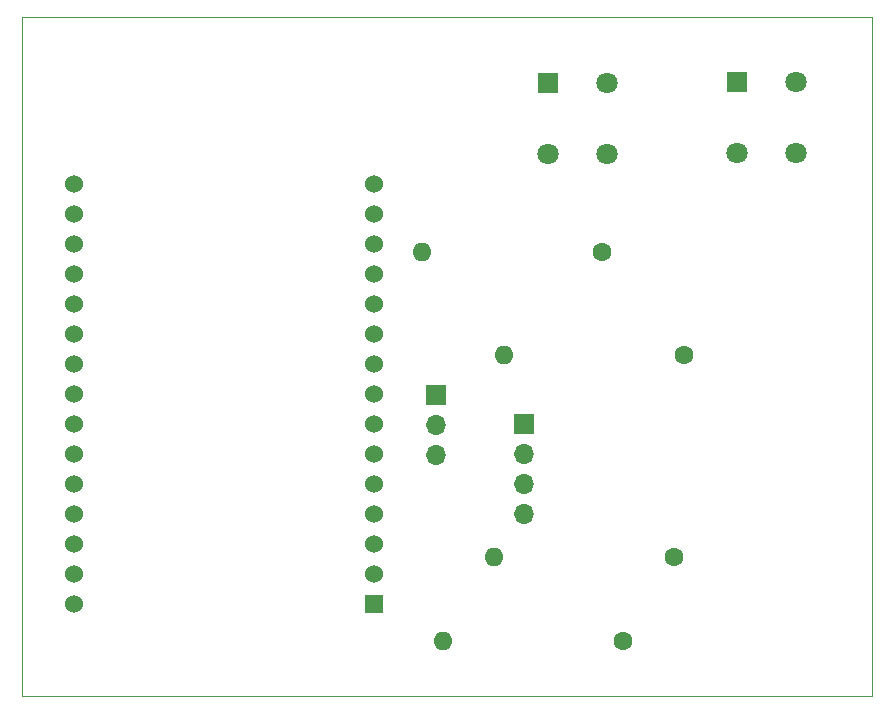
<source format=gbr>
%TF.GenerationSoftware,KiCad,Pcbnew,6.0.2+dfsg-1*%
%TF.CreationDate,2023-10-04T14:13:58+02:00*%
%TF.ProjectId,controller,636f6e74-726f-46c6-9c65-722e6b696361,rev?*%
%TF.SameCoordinates,Original*%
%TF.FileFunction,Copper,L1,Top*%
%TF.FilePolarity,Positive*%
%FSLAX46Y46*%
G04 Gerber Fmt 4.6, Leading zero omitted, Abs format (unit mm)*
G04 Created by KiCad (PCBNEW 6.0.2+dfsg-1) date 2023-10-04 14:13:58*
%MOMM*%
%LPD*%
G01*
G04 APERTURE LIST*
%TA.AperFunction,Profile*%
%ADD10C,0.100000*%
%TD*%
%TA.AperFunction,ComponentPad*%
%ADD11R,1.800000X1.800000*%
%TD*%
%TA.AperFunction,ComponentPad*%
%ADD12C,1.800000*%
%TD*%
%TA.AperFunction,ComponentPad*%
%ADD13C,1.600000*%
%TD*%
%TA.AperFunction,ComponentPad*%
%ADD14O,1.600000X1.600000*%
%TD*%
%TA.AperFunction,ComponentPad*%
%ADD15R,1.700000X1.700000*%
%TD*%
%TA.AperFunction,ComponentPad*%
%ADD16O,1.700000X1.700000*%
%TD*%
%TA.AperFunction,ComponentPad*%
%ADD17R,1.524000X1.524000*%
%TD*%
%TA.AperFunction,ComponentPad*%
%ADD18C,1.524000*%
%TD*%
G04 APERTURE END LIST*
D10*
X76840000Y-69740000D02*
X148800000Y-69740000D01*
X148800000Y-69740000D02*
X148800000Y-127230000D01*
X148800000Y-127230000D02*
X76840000Y-127230000D01*
X76840000Y-127230000D02*
X76840000Y-69740000D01*
D11*
%TO.P,Stop/start_robot1,1,1*%
%TO.N,Net-(ESPcontroller1-Pad15)*%
X137420000Y-75230000D03*
D12*
%TO.P,Stop/start_robot1,2,2*%
%TO.N,unconnected-(Stop/start_robot1-Pad2)*%
X142420000Y-75230000D03*
%TO.P,Stop/start_robot1,3,K*%
%TO.N,Net-(Resistor4-Pad1)*%
X137420000Y-81230000D03*
%TO.P,Stop/start_robot1,4,A*%
%TO.N,Net-(Resistor2-Pad1)*%
X142420000Y-81230000D03*
%TD*%
D11*
%TO.P,Start/stop_wepon1,1,1*%
%TO.N,Net-(ESPcontroller1-Pad15)*%
X121350000Y-75320000D03*
D12*
%TO.P,Start/stop_wepon1,2,2*%
%TO.N,unconnected-(Start/stop_wepon1-Pad2)*%
X126350000Y-75320000D03*
%TO.P,Start/stop_wepon1,3,K*%
%TO.N,Net-(R1-Pad1)*%
X121350000Y-81320000D03*
%TO.P,Start/stop_wepon1,4,A*%
%TO.N,Net-(Resistor1-Pad1)*%
X126350000Y-81320000D03*
%TD*%
D13*
%TO.P,Resistor2,1*%
%TO.N,Net-(Resistor2-Pad1)*%
X132090000Y-115420000D03*
D14*
%TO.P,Resistor2,2*%
%TO.N,Net-(ESPcontroller1-Pad3)*%
X116850000Y-115420000D03*
%TD*%
D15*
%TO.P,U1,1,GND*%
%TO.N,Net-(ESPcontroller1-Pad14)*%
X119395000Y-104140000D03*
D16*
%TO.P,U1,2,5V*%
%TO.N,Net-(ESPcontroller1-Pad15)*%
X119395000Y-106680000D03*
%TO.P,U1,3,VRX*%
%TO.N,Net-(ESPcontroller1-Pad5)*%
X119395000Y-109220000D03*
%TO.P,U1,4,VRY*%
%TO.N,Net-(ESPcontroller1-Pad4)*%
X119395000Y-111760000D03*
%TD*%
D13*
%TO.P,Resistor4,1*%
%TO.N,Net-(Resistor4-Pad1)*%
X132890000Y-98350000D03*
D14*
%TO.P,Resistor4,2*%
%TO.N,Net-(ESPcontroller1-Pad14)*%
X117650000Y-98350000D03*
%TD*%
D13*
%TO.P,Resistor1,1*%
%TO.N,Net-(Resistor1-Pad1)*%
X127710000Y-122530000D03*
D14*
%TO.P,Resistor1,2*%
%TO.N,Net-(ESPcontroller1-Pad2)*%
X112470000Y-122530000D03*
%TD*%
D17*
%TO.P,ESPcontroller1,1,EN*%
%TO.N,unconnected-(ESPcontroller1-Pad1)*%
X106680000Y-119380000D03*
D18*
%TO.P,ESPcontroller1,2,SENSOR_VP*%
%TO.N,Net-(ESPcontroller1-Pad2)*%
X106680000Y-116840000D03*
%TO.P,ESPcontroller1,3,SENSOR_VN*%
%TO.N,Net-(ESPcontroller1-Pad3)*%
X106680000Y-114300000D03*
%TO.P,ESPcontroller1,4,IO34*%
%TO.N,Net-(ESPcontroller1-Pad4)*%
X106680000Y-111760000D03*
%TO.P,ESPcontroller1,5,IO35*%
%TO.N,Net-(ESPcontroller1-Pad5)*%
X106680000Y-109220000D03*
%TO.P,ESPcontroller1,6,IO32*%
%TO.N,unconnected-(ESPcontroller1-Pad6)*%
X106680000Y-106680000D03*
%TO.P,ESPcontroller1,7,IO33*%
%TO.N,Net-(ESPcontroller1-Pad7)*%
X106680000Y-104140000D03*
%TO.P,ESPcontroller1,8,IO25*%
%TO.N,unconnected-(ESPcontroller1-Pad8)*%
X106680000Y-101600000D03*
%TO.P,ESPcontroller1,9,IO26*%
%TO.N,unconnected-(ESPcontroller1-Pad9)*%
X106680000Y-99060000D03*
%TO.P,ESPcontroller1,10,IO27*%
%TO.N,unconnected-(ESPcontroller1-Pad10)*%
X106680000Y-96520000D03*
%TO.P,ESPcontroller1,11,IO14*%
%TO.N,unconnected-(ESPcontroller1-Pad11)*%
X106680000Y-93980000D03*
%TO.P,ESPcontroller1,12,IO12*%
%TO.N,unconnected-(ESPcontroller1-Pad12)*%
X106680000Y-91440000D03*
%TO.P,ESPcontroller1,13,IO13*%
%TO.N,unconnected-(ESPcontroller1-Pad13)*%
X106680000Y-88900000D03*
%TO.P,ESPcontroller1,14,GND*%
%TO.N,Net-(ESPcontroller1-Pad14)*%
X106680000Y-86360000D03*
%TO.P,ESPcontroller1,15,VIN*%
%TO.N,Net-(ESPcontroller1-Pad15)*%
X106680000Y-83820000D03*
%TO.P,ESPcontroller1,16,3V3*%
%TO.N,unconnected-(ESPcontroller1-Pad16)*%
X81280000Y-83820000D03*
%TO.P,ESPcontroller1,17,GND*%
%TO.N,unconnected-(ESPcontroller1-Pad17)*%
X81280000Y-86360000D03*
%TO.P,ESPcontroller1,18,IO15*%
%TO.N,unconnected-(ESPcontroller1-Pad18)*%
X81280000Y-88900000D03*
%TO.P,ESPcontroller1,19,IO2*%
%TO.N,unconnected-(ESPcontroller1-Pad19)*%
X81280000Y-91440000D03*
%TO.P,ESPcontroller1,20,IO4*%
%TO.N,unconnected-(ESPcontroller1-Pad20)*%
X81280000Y-93980000D03*
%TO.P,ESPcontroller1,21,IO16*%
%TO.N,unconnected-(ESPcontroller1-Pad21)*%
X81280000Y-96520000D03*
%TO.P,ESPcontroller1,22,IO17*%
%TO.N,unconnected-(ESPcontroller1-Pad22)*%
X81280000Y-99060000D03*
%TO.P,ESPcontroller1,23,IO5*%
%TO.N,unconnected-(ESPcontroller1-Pad23)*%
X81280000Y-101600000D03*
%TO.P,ESPcontroller1,24,IO18*%
%TO.N,unconnected-(ESPcontroller1-Pad24)*%
X81280000Y-104140000D03*
%TO.P,ESPcontroller1,25,IO19*%
%TO.N,unconnected-(ESPcontroller1-Pad25)*%
X81280000Y-106680000D03*
%TO.P,ESPcontroller1,26,IO21*%
%TO.N,unconnected-(ESPcontroller1-Pad26)*%
X81280000Y-109220000D03*
%TO.P,ESPcontroller1,27,RXD0/IO3*%
%TO.N,unconnected-(ESPcontroller1-Pad27)*%
X81280000Y-111760000D03*
%TO.P,ESPcontroller1,28,TXD0/IO1*%
%TO.N,unconnected-(ESPcontroller1-Pad28)*%
X81280000Y-114300000D03*
%TO.P,ESPcontroller1,29,IO22*%
%TO.N,unconnected-(ESPcontroller1-Pad29)*%
X81280000Y-116840000D03*
%TO.P,ESPcontroller1,30,IO23*%
%TO.N,unconnected-(ESPcontroller1-Pad30)*%
X81280000Y-119380000D03*
%TD*%
D13*
%TO.P,R1,1*%
%TO.N,Net-(R1-Pad1)*%
X125940000Y-89590000D03*
D14*
%TO.P,R1,2*%
%TO.N,Net-(ESPcontroller1-Pad14)*%
X110700000Y-89590000D03*
%TD*%
D15*
%TO.P,Weponspeed1,1,1*%
%TO.N,Net-(ESPcontroller1-Pad14)*%
X111895000Y-101705000D03*
D16*
%TO.P,Weponspeed1,2,2*%
%TO.N,Net-(ESPcontroller1-Pad7)*%
X111895000Y-104245000D03*
%TO.P,Weponspeed1,3,3*%
%TO.N,Net-(ESPcontroller1-Pad15)*%
X111895000Y-106785000D03*
%TD*%
M02*

</source>
